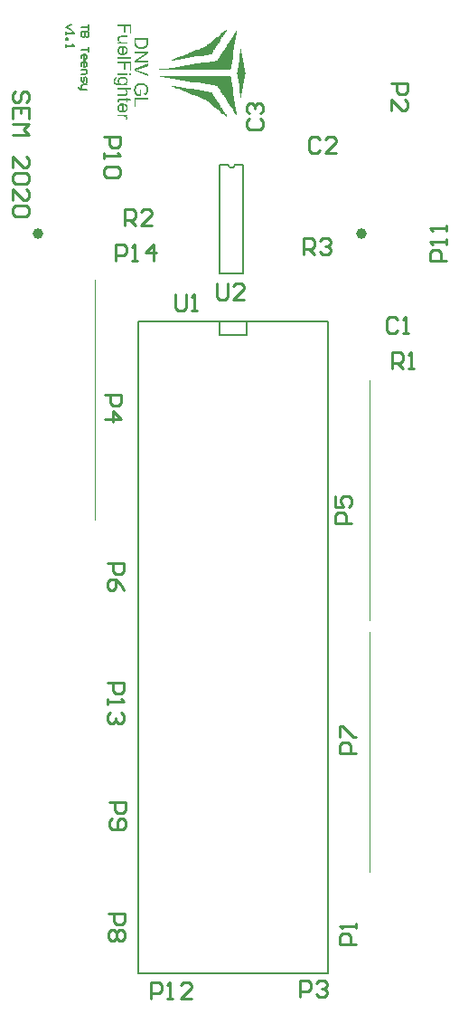
<source format=gto>
G04*
G04 #@! TF.GenerationSoftware,Altium Limited,Altium Designer,20.0.12 (288)*
G04*
G04 Layer_Color=65535*
%FSLAX25Y25*%
%MOIN*%
G70*
G01*
G75*
%ADD10C,0.00787*%
%ADD11C,0.03937*%
%ADD12C,0.00394*%
%ADD13C,0.00591*%
%ADD14C,0.01000*%
G36*
X88717Y381936D02*
X88424D01*
Y381352D01*
X88132D01*
Y381060D01*
X87840D01*
Y380475D01*
X87548D01*
Y380183D01*
X87255D01*
Y379598D01*
X86963D01*
Y379306D01*
X86671D01*
Y378721D01*
X86379D01*
Y378137D01*
X86086D01*
Y377845D01*
X85794D01*
Y377260D01*
X85502D01*
Y376968D01*
X85210D01*
Y376383D01*
X84917D01*
Y376091D01*
X84625D01*
Y375506D01*
X84333D01*
Y374922D01*
X84040D01*
Y374630D01*
X83748D01*
Y374045D01*
X83456D01*
Y373753D01*
X83164D01*
Y373168D01*
X81995D01*
Y372876D01*
X80241D01*
Y372584D01*
X78487D01*
Y372291D01*
X76734D01*
Y371999D01*
X74980D01*
Y371707D01*
X73226D01*
Y371415D01*
X71473D01*
Y371122D01*
X69719D01*
Y370830D01*
X68258D01*
Y371122D01*
X68842D01*
Y371415D01*
X69719D01*
Y371707D01*
X70304D01*
Y371999D01*
X71180D01*
Y372291D01*
X71765D01*
Y372584D01*
X72642D01*
Y372876D01*
X73226D01*
Y373168D01*
X74103D01*
Y373461D01*
X74688D01*
Y373753D01*
X75565D01*
Y374045D01*
X76149D01*
Y374337D01*
X77026D01*
Y374630D01*
X77610D01*
Y374922D01*
X78487D01*
Y375214D01*
X79072D01*
Y375506D01*
X79949D01*
Y375799D01*
X80533D01*
Y376091D01*
X81118D01*
Y376383D01*
X81410D01*
Y376676D01*
X81995D01*
Y376968D01*
X82287D01*
Y377260D01*
X82579D01*
Y377552D01*
X82871D01*
Y377845D01*
X83164D01*
Y378137D01*
X83748D01*
Y378429D01*
X84040D01*
Y378721D01*
X84333D01*
Y379014D01*
X84625D01*
Y379306D01*
X84917D01*
Y379598D01*
X85502D01*
Y379890D01*
X85794D01*
Y380183D01*
X86086D01*
Y380475D01*
X86379D01*
Y380767D01*
X86671D01*
Y381060D01*
X87255D01*
Y381352D01*
X87548D01*
Y381644D01*
X87840D01*
Y381936D01*
X88132D01*
Y382229D01*
X88424D01*
Y382521D01*
X88717D01*
Y381936D01*
D02*
G37*
G36*
X92224Y380183D02*
X91932D01*
Y378429D01*
X91640D01*
Y376676D01*
X91347D01*
Y374630D01*
X91055D01*
Y372876D01*
X90763D01*
Y371122D01*
X90470D01*
Y369369D01*
X90178D01*
Y367615D01*
X89886D01*
Y367323D01*
X63582D01*
Y367615D01*
X65627D01*
Y367907D01*
X67381D01*
Y368200D01*
X69427D01*
Y368492D01*
X71180D01*
Y368784D01*
X72934D01*
Y369076D01*
X74980D01*
Y369369D01*
X76734D01*
Y369661D01*
X78780D01*
Y369953D01*
X80533D01*
Y370246D01*
X82287D01*
Y370538D01*
X84333D01*
Y370830D01*
X85210D01*
Y371415D01*
X85502D01*
Y371707D01*
X85794D01*
Y372291D01*
X86086D01*
Y372584D01*
X86379D01*
Y373168D01*
X86671D01*
Y373461D01*
X86963D01*
Y374045D01*
X87255D01*
Y374337D01*
X87548D01*
Y374922D01*
X87840D01*
Y375506D01*
X88132D01*
Y375799D01*
X88424D01*
Y376383D01*
X88717D01*
Y376676D01*
X89009D01*
Y377260D01*
X89301D01*
Y377552D01*
X89594D01*
Y378137D01*
X89886D01*
Y378429D01*
X90178D01*
Y379014D01*
X90470D01*
Y379306D01*
X90763D01*
Y379890D01*
X91055D01*
Y380183D01*
X91347D01*
Y380767D01*
X91640D01*
Y381060D01*
X91932D01*
Y381644D01*
X92224D01*
Y380183D01*
D02*
G37*
G36*
X93978Y373461D02*
X94270D01*
Y371707D01*
X94562D01*
Y369953D01*
X94854D01*
Y368200D01*
X95147D01*
Y366446D01*
X95439D01*
Y365862D01*
X95147D01*
Y364108D01*
X94854D01*
Y362354D01*
X94562D01*
Y360601D01*
X94270D01*
Y358847D01*
X93978D01*
Y357093D01*
X93685D01*
Y358847D01*
X93393D01*
Y360601D01*
X93101D01*
Y362354D01*
X92809D01*
Y364108D01*
X92516D01*
Y365862D01*
X92224D01*
Y366446D01*
X92516D01*
Y368200D01*
X92809D01*
Y369953D01*
X93101D01*
Y371707D01*
X93393D01*
Y373461D01*
X93685D01*
Y375214D01*
X93978D01*
Y373461D01*
D02*
G37*
G36*
X89886Y364692D02*
X90178D01*
Y362939D01*
X90470D01*
Y361185D01*
X90763D01*
Y359432D01*
X91055D01*
Y357678D01*
X91347D01*
Y355924D01*
X91640D01*
Y353878D01*
X91932D01*
Y352125D01*
X92224D01*
Y350663D01*
X91932D01*
Y351248D01*
X91640D01*
Y351540D01*
X91347D01*
Y352125D01*
X91055D01*
Y352417D01*
X90763D01*
Y353001D01*
X90470D01*
Y353294D01*
X90178D01*
Y353878D01*
X89886D01*
Y354171D01*
X89594D01*
Y354755D01*
X89301D01*
Y355047D01*
X89009D01*
Y355632D01*
X88717D01*
Y356217D01*
X88424D01*
Y356509D01*
X88132D01*
Y357093D01*
X87840D01*
Y357386D01*
X87548D01*
Y357970D01*
X87255D01*
Y358262D01*
X86963D01*
Y358847D01*
X86671D01*
Y359139D01*
X86379D01*
Y359724D01*
X86086D01*
Y360016D01*
X85794D01*
Y360601D01*
X85502D01*
Y360893D01*
X85210D01*
Y361477D01*
X84333D01*
Y361770D01*
X82579D01*
Y362062D01*
X80533D01*
Y362354D01*
X78780D01*
Y362647D01*
X77026D01*
Y362939D01*
X74980D01*
Y363231D01*
X73226D01*
Y363523D01*
X71180D01*
Y363816D01*
X69427D01*
Y364108D01*
X67673D01*
Y364400D01*
X65627D01*
Y364692D01*
X63874D01*
Y364985D01*
X89886D01*
Y364692D01*
D02*
G37*
G36*
X70011Y361185D02*
X71765D01*
Y360893D01*
X73519D01*
Y360601D01*
X74980D01*
Y360308D01*
X76734D01*
Y360016D01*
X78487D01*
Y359724D01*
X80241D01*
Y359432D01*
X81995D01*
Y359139D01*
X83164D01*
Y358555D01*
X83456D01*
Y358262D01*
X83748D01*
Y357678D01*
X84040D01*
Y357386D01*
X84333D01*
Y356801D01*
X84625D01*
Y356509D01*
X84917D01*
Y355924D01*
X85210D01*
Y355340D01*
X85502D01*
Y355047D01*
X85794D01*
Y354463D01*
X86086D01*
Y354171D01*
X86379D01*
Y353586D01*
X86671D01*
Y353294D01*
X86963D01*
Y352709D01*
X87255D01*
Y352125D01*
X87548D01*
Y351832D01*
X87840D01*
Y351248D01*
X88132D01*
Y350956D01*
X88424D01*
Y350371D01*
X88717D01*
Y349786D01*
X88424D01*
Y350079D01*
X88132D01*
Y350371D01*
X87840D01*
Y350663D01*
X87548D01*
Y350956D01*
X87255D01*
Y351248D01*
X86671D01*
Y351540D01*
X86379D01*
Y351832D01*
X86086D01*
Y352125D01*
X85794D01*
Y352417D01*
X85502D01*
Y352709D01*
X84917D01*
Y353001D01*
X84625D01*
Y353294D01*
X84333D01*
Y353586D01*
X84040D01*
Y353878D01*
X83748D01*
Y354171D01*
X83164D01*
Y354463D01*
X82871D01*
Y354755D01*
X82579D01*
Y355047D01*
X82287D01*
Y355340D01*
X81995D01*
Y355632D01*
X81410D01*
Y355924D01*
X81118D01*
Y356217D01*
X80826D01*
Y356509D01*
X79949D01*
Y356801D01*
X79364D01*
Y357093D01*
X78487D01*
Y357386D01*
X77903D01*
Y357678D01*
X77026D01*
Y357970D01*
X76441D01*
Y358262D01*
X75565D01*
Y358555D01*
X74980D01*
Y358847D01*
X74103D01*
Y359139D01*
X73519D01*
Y359432D01*
X72642D01*
Y359724D01*
X72057D01*
Y360016D01*
X71180D01*
Y360308D01*
X70596D01*
Y360601D01*
X69719D01*
Y360893D01*
X69135D01*
Y361185D01*
X68258D01*
Y361477D01*
X70011D01*
Y361185D01*
D02*
G37*
G36*
X53375Y380718D02*
X52777D01*
Y383459D01*
X51217D01*
Y381090D01*
X50619D01*
Y383459D01*
X48330D01*
Y384130D01*
X53375D01*
Y380718D01*
D02*
G37*
G36*
X51990Y379326D02*
X49956D01*
X49949D01*
X49934D01*
X49912D01*
X49876D01*
X49795D01*
X49694Y379318D01*
X49584D01*
X49475Y379311D01*
X49380Y379304D01*
X49300Y379289D01*
X49292D01*
X49263Y379275D01*
X49220Y379260D01*
X49161Y379238D01*
X49103Y379202D01*
X49037Y379158D01*
X48979Y379107D01*
X48921Y379041D01*
X48913Y379034D01*
X48899Y379005D01*
X48877Y378969D01*
X48855Y378910D01*
X48826Y378845D01*
X48804Y378764D01*
X48790Y378677D01*
X48782Y378575D01*
Y378524D01*
X48790Y378473D01*
X48797Y378407D01*
X48819Y378327D01*
X48841Y378239D01*
X48877Y378145D01*
X48921Y378050D01*
X48928Y378035D01*
X48950Y378006D01*
X48979Y377962D01*
X49023Y377911D01*
X49081Y377853D01*
X49147Y377795D01*
X49220Y377744D01*
X49307Y377700D01*
X49322Y377693D01*
X49351Y377685D01*
X49409Y377671D01*
X49489Y377649D01*
X49591Y377627D01*
X49715Y377613D01*
X49861Y377605D01*
X50029Y377598D01*
X51990D01*
Y376978D01*
X48330D01*
Y377532D01*
X48862D01*
X48855Y377540D01*
X48833Y377554D01*
X48804Y377576D01*
X48768Y377613D01*
X48724Y377656D01*
X48666Y377707D01*
X48615Y377766D01*
X48556Y377839D01*
X48498Y377919D01*
X48447Y378006D01*
X48396Y378101D01*
X48345Y378203D01*
X48308Y378320D01*
X48279Y378436D01*
X48257Y378568D01*
X48250Y378699D01*
Y378750D01*
X48257Y378815D01*
X48265Y378896D01*
X48279Y378990D01*
X48301Y379093D01*
X48330Y379194D01*
X48374Y379304D01*
X48381Y379318D01*
X48396Y379348D01*
X48425Y379399D01*
X48461Y379457D01*
X48505Y379530D01*
X48556Y379595D01*
X48615Y379661D01*
X48680Y379719D01*
X48687Y379727D01*
X48717Y379741D01*
X48753Y379763D01*
X48811Y379792D01*
X48877Y379829D01*
X48957Y379858D01*
X49045Y379887D01*
X49139Y379909D01*
X49147D01*
X49176Y379916D01*
X49220Y379924D01*
X49278D01*
X49365Y379931D01*
X49460Y379938D01*
X49584Y379945D01*
X49723D01*
X51990D01*
Y379326D01*
D02*
G37*
G36*
X59516Y377321D02*
X59509Y377190D01*
X59501Y377044D01*
X59487Y376898D01*
X59465Y376752D01*
X59443Y376628D01*
Y376621D01*
X59436Y376607D01*
Y376585D01*
X59421Y376555D01*
X59399Y376475D01*
X59363Y376373D01*
X59312Y376257D01*
X59246Y376133D01*
X59173Y376009D01*
X59079Y375892D01*
X59071Y375885D01*
X59064Y375878D01*
X59042Y375856D01*
X59020Y375827D01*
X58947Y375754D01*
X58845Y375666D01*
X58721Y375571D01*
X58576Y375469D01*
X58408Y375375D01*
X58218Y375294D01*
X58211D01*
X58197Y375287D01*
X58167Y375272D01*
X58124Y375265D01*
X58073Y375243D01*
X58014Y375229D01*
X57949Y375214D01*
X57868Y375192D01*
X57788Y375170D01*
X57693Y375156D01*
X57489Y375119D01*
X57263Y375097D01*
X57016Y375090D01*
X57008D01*
X56994D01*
X56957D01*
X56921D01*
X56870Y375097D01*
X56811D01*
X56673Y375105D01*
X56513Y375127D01*
X56345Y375149D01*
X56170Y375185D01*
X55995Y375229D01*
X55988D01*
X55973Y375236D01*
X55951Y375243D01*
X55922Y375251D01*
X55842Y375280D01*
X55740Y375324D01*
X55623Y375367D01*
X55506Y375426D01*
X55383Y375499D01*
X55266Y375571D01*
X55251Y375579D01*
X55215Y375608D01*
X55164Y375652D01*
X55098Y375710D01*
X55025Y375776D01*
X54953Y375856D01*
X54872Y375936D01*
X54807Y376031D01*
X54799Y376045D01*
X54777Y376074D01*
X54748Y376125D01*
X54712Y376198D01*
X54668Y376286D01*
X54632Y376388D01*
X54588Y376504D01*
X54552Y376636D01*
Y376650D01*
X54544Y376672D01*
X54537Y376694D01*
X54530Y376767D01*
X54515Y376869D01*
X54501Y376986D01*
X54486Y377124D01*
X54479Y377277D01*
X54471Y377445D01*
Y379260D01*
X59516D01*
Y377321D01*
D02*
G37*
G36*
X50277Y376213D02*
X50357Y376206D01*
X50444Y376198D01*
X50546Y376184D01*
X50648Y376162D01*
X50882Y376103D01*
X50998Y376067D01*
X51122Y376023D01*
X51239Y375965D01*
X51348Y375899D01*
X51458Y375827D01*
X51560Y375746D01*
X51567Y375739D01*
X51582Y375725D01*
X51604Y375695D01*
X51640Y375659D01*
X51676Y375615D01*
X51720Y375557D01*
X51771Y375491D01*
X51815Y375411D01*
X51866Y375331D01*
X51910Y375236D01*
X51953Y375134D01*
X51990Y375025D01*
X52026Y374908D01*
X52048Y374784D01*
X52063Y374653D01*
X52070Y374514D01*
Y374441D01*
X52063Y374390D01*
X52055Y374332D01*
X52041Y374259D01*
X52026Y374179D01*
X52004Y374084D01*
X51983Y373997D01*
X51946Y373895D01*
X51910Y373800D01*
X51859Y373698D01*
X51800Y373596D01*
X51735Y373494D01*
X51654Y373399D01*
X51567Y373311D01*
X51560Y373304D01*
X51545Y373290D01*
X51516Y373268D01*
X51472Y373239D01*
X51421Y373202D01*
X51363Y373166D01*
X51290Y373122D01*
X51202Y373078D01*
X51108Y373035D01*
X51006Y372991D01*
X50889Y372954D01*
X50765Y372918D01*
X50627Y372889D01*
X50481Y372867D01*
X50328Y372852D01*
X50160Y372845D01*
X50153D01*
X50124D01*
X50073D01*
X50000Y372852D01*
Y375586D01*
X49992D01*
X49970D01*
X49941Y375579D01*
X49898D01*
X49847Y375571D01*
X49788Y375557D01*
X49657Y375535D01*
X49511Y375491D01*
X49351Y375433D01*
X49205Y375353D01*
X49074Y375251D01*
Y375243D01*
X49059Y375236D01*
X49023Y375192D01*
X48972Y375127D01*
X48921Y375039D01*
X48862Y374923D01*
X48811Y374791D01*
X48775Y374646D01*
X48768Y374565D01*
X48760Y374478D01*
Y374420D01*
X48768Y374354D01*
X48782Y374274D01*
X48804Y374186D01*
X48833Y374084D01*
X48877Y373989D01*
X48935Y373895D01*
X48943Y373887D01*
X48972Y373851D01*
X49016Y373807D01*
X49074Y373756D01*
X49154Y373698D01*
X49256Y373632D01*
X49373Y373567D01*
X49511Y373508D01*
X49431Y372867D01*
X49424D01*
X49409Y372874D01*
X49380Y372881D01*
X49336Y372896D01*
X49292Y372918D01*
X49234Y372940D01*
X49110Y372998D01*
X48972Y373071D01*
X48826Y373173D01*
X48687Y373290D01*
X48556Y373435D01*
Y373443D01*
X48542Y373457D01*
X48527Y373479D01*
X48505Y373508D01*
X48483Y373552D01*
X48461Y373596D01*
X48432Y373654D01*
X48403Y373720D01*
X48374Y373793D01*
X48345Y373866D01*
X48301Y374048D01*
X48265Y374252D01*
X48250Y374478D01*
Y374558D01*
X48257Y374609D01*
X48265Y374675D01*
X48279Y374755D01*
X48294Y374842D01*
X48308Y374937D01*
X48367Y375141D01*
X48410Y375251D01*
X48454Y375353D01*
X48513Y375462D01*
X48578Y375564D01*
X48651Y375659D01*
X48739Y375754D01*
X48746Y375761D01*
X48760Y375776D01*
X48790Y375797D01*
X48833Y375827D01*
X48884Y375863D01*
X48943Y375899D01*
X49016Y375943D01*
X49096Y375987D01*
X49191Y376031D01*
X49292Y376074D01*
X49409Y376111D01*
X49533Y376147D01*
X49664Y376177D01*
X49810Y376198D01*
X49963Y376213D01*
X50124Y376220D01*
X50131D01*
X50167D01*
X50211D01*
X50277Y376213D01*
D02*
G37*
G36*
X53375Y371482D02*
X48330D01*
Y372101D01*
X53375D01*
Y371482D01*
D02*
G37*
G36*
X59516Y373494D02*
X55550Y370848D01*
X59516D01*
Y370206D01*
X54471D01*
Y370899D01*
X58430Y373537D01*
X54471D01*
Y374179D01*
X59516D01*
Y373494D01*
D02*
G37*
G36*
X53375Y366998D02*
X52777D01*
Y369739D01*
X51217D01*
Y367370D01*
X50619D01*
Y369739D01*
X48330D01*
Y370410D01*
X53375D01*
Y366998D01*
D02*
G37*
G36*
Y365591D02*
X52668D01*
Y366211D01*
X53375D01*
Y365591D01*
D02*
G37*
G36*
X51990D02*
X48330D01*
Y366211D01*
X51990D01*
Y365591D01*
D02*
G37*
G36*
X59516Y368879D02*
X55849Y367567D01*
X55842D01*
X55827Y367560D01*
X55805Y367552D01*
X55776Y367538D01*
X55733Y367530D01*
X55689Y367516D01*
X55579Y367479D01*
X55455Y367436D01*
X55317Y367392D01*
X55025Y367304D01*
X55033D01*
X55047Y367297D01*
X55069Y367290D01*
X55098Y367283D01*
X55178Y367261D01*
X55288Y367224D01*
X55412Y367188D01*
X55550Y367144D01*
X55696Y367093D01*
X55849Y367035D01*
X59516Y365664D01*
Y364986D01*
X54471Y366955D01*
Y367654D01*
X59516Y369608D01*
Y368879D01*
D02*
G37*
G36*
X50313Y364877D02*
X50364D01*
X50495Y364862D01*
X50641Y364841D01*
X50802Y364804D01*
X50969Y364760D01*
X51137Y364695D01*
X51144D01*
X51159Y364687D01*
X51181Y364673D01*
X51210Y364658D01*
X51290Y364615D01*
X51392Y364556D01*
X51501Y364476D01*
X51611Y364381D01*
X51727Y364272D01*
X51822Y364148D01*
Y364141D01*
X51829Y364133D01*
X51844Y364111D01*
X51859Y364082D01*
X51902Y364009D01*
X51946Y363907D01*
X51990Y363783D01*
X52034Y363638D01*
X52063Y363477D01*
X52070Y363302D01*
Y363237D01*
X52063Y363193D01*
X52055Y363142D01*
X52041Y363076D01*
X52026Y363003D01*
X52004Y362923D01*
X51975Y362843D01*
X51939Y362756D01*
X51895Y362668D01*
X51844Y362573D01*
X51786Y362486D01*
X51713Y362398D01*
X51633Y362311D01*
X51538Y362231D01*
X51990D01*
Y361662D01*
X48826D01*
X48819D01*
X48790D01*
X48746D01*
X48687D01*
X48622Y361669D01*
X48542D01*
X48454Y361677D01*
X48359Y361684D01*
X48163Y361706D01*
X47958Y361735D01*
X47864Y361757D01*
X47776Y361779D01*
X47696Y361808D01*
X47623Y361837D01*
X47616D01*
X47609Y361844D01*
X47565Y361874D01*
X47499Y361910D01*
X47419Y361968D01*
X47332Y362048D01*
X47237Y362143D01*
X47142Y362260D01*
X47062Y362391D01*
Y362398D01*
X47054Y362406D01*
X47040Y362427D01*
X47033Y362457D01*
X47011Y362493D01*
X46996Y362537D01*
X46960Y362646D01*
X46916Y362777D01*
X46887Y362938D01*
X46858Y363120D01*
X46850Y363317D01*
Y363383D01*
X46858Y363426D01*
Y363485D01*
X46865Y363543D01*
X46872Y363616D01*
X46887Y363696D01*
X46923Y363864D01*
X46974Y364039D01*
X47047Y364214D01*
X47149Y364374D01*
X47157Y364381D01*
X47164Y364388D01*
X47208Y364440D01*
X47273Y364498D01*
X47368Y364571D01*
X47492Y364644D01*
X47645Y364709D01*
X47732Y364731D01*
X47827Y364746D01*
X47922Y364760D01*
X48031D01*
X47951Y364155D01*
X47937D01*
X47907Y364148D01*
X47856Y364133D01*
X47791Y364119D01*
X47725Y364090D01*
X47660Y364053D01*
X47594Y364009D01*
X47543Y363951D01*
X47536Y363936D01*
X47514Y363907D01*
X47485Y363856D01*
X47455Y363783D01*
X47419Y363696D01*
X47390Y363587D01*
X47368Y363455D01*
X47361Y363317D01*
Y363244D01*
X47368Y363171D01*
X47383Y363069D01*
X47404Y362967D01*
X47434Y362858D01*
X47477Y362748D01*
X47536Y362653D01*
X47543Y362646D01*
X47565Y362617D01*
X47609Y362573D01*
X47660Y362522D01*
X47732Y362471D01*
X47813Y362420D01*
X47907Y362369D01*
X48017Y362333D01*
X48024D01*
X48053Y362326D01*
X48112Y362318D01*
X48184Y362311D01*
X48235Y362304D01*
X48294D01*
X48359Y362296D01*
X48432D01*
X48513D01*
X48607Y362289D01*
X48702D01*
X48811D01*
X48804Y362296D01*
X48790Y362311D01*
X48768Y362333D01*
X48739Y362362D01*
X48702Y362398D01*
X48658Y362449D01*
X48615Y362508D01*
X48571Y362566D01*
X48483Y362719D01*
X48403Y362887D01*
X48374Y362982D01*
X48352Y363084D01*
X48338Y363193D01*
X48330Y363302D01*
Y363339D01*
X48338Y363375D01*
Y363426D01*
X48345Y363492D01*
X48359Y363565D01*
X48374Y363645D01*
X48396Y363732D01*
X48425Y363827D01*
X48461Y363922D01*
X48505Y364017D01*
X48556Y364119D01*
X48622Y364214D01*
X48695Y364308D01*
X48775Y364396D01*
X48870Y364476D01*
X48877Y364483D01*
X48892Y364491D01*
X48928Y364512D01*
X48965Y364542D01*
X49023Y364571D01*
X49081Y364607D01*
X49154Y364644D01*
X49242Y364680D01*
X49329Y364717D01*
X49431Y364753D01*
X49533Y364790D01*
X49650Y364819D01*
X49898Y364870D01*
X50036Y364877D01*
X50175Y364884D01*
X50182D01*
X50196D01*
X50226D01*
X50262D01*
X50313Y364877D01*
D02*
G37*
G36*
X57089Y362588D02*
X57154D01*
X57234Y362581D01*
X57314Y362566D01*
X57409Y362559D01*
X57511Y362537D01*
X57621Y362522D01*
X57854Y362464D01*
X58095Y362391D01*
X58335Y362289D01*
X58342Y362282D01*
X58364Y362274D01*
X58393Y362260D01*
X58437Y362231D01*
X58495Y362201D01*
X58554Y362165D01*
X58692Y362063D01*
X58853Y361939D01*
X59006Y361786D01*
X59159Y361611D01*
X59224Y361509D01*
X59290Y361407D01*
X59297Y361400D01*
X59305Y361378D01*
X59319Y361349D01*
X59341Y361305D01*
X59363Y361246D01*
X59392Y361181D01*
X59421Y361108D01*
X59450Y361020D01*
X59480Y360926D01*
X59501Y360824D01*
X59531Y360714D01*
X59553Y360598D01*
X59589Y360343D01*
X59604Y360211D01*
Y359978D01*
X59596Y359934D01*
Y359876D01*
X59582Y359737D01*
X59560Y359584D01*
X59523Y359424D01*
X59480Y359249D01*
X59421Y359081D01*
Y359074D01*
X59414Y359060D01*
X59407Y359038D01*
X59392Y359009D01*
X59348Y358928D01*
X59297Y358826D01*
X59224Y358717D01*
X59137Y358600D01*
X59042Y358491D01*
X58925Y358389D01*
X58911Y358374D01*
X58867Y358345D01*
X58802Y358301D01*
X58707Y358243D01*
X58590Y358185D01*
X58444Y358119D01*
X58284Y358053D01*
X58102Y358002D01*
X57941Y358608D01*
X57949D01*
X57956Y358615D01*
X57978Y358622D01*
X58007Y358629D01*
X58073Y358651D01*
X58160Y358681D01*
X58262Y358724D01*
X58357Y358775D01*
X58459Y358826D01*
X58547Y358892D01*
X58554Y358899D01*
X58583Y358921D01*
X58619Y358965D01*
X58670Y359016D01*
X58729Y359081D01*
X58787Y359169D01*
X58845Y359264D01*
X58896Y359373D01*
X58904Y359388D01*
X58918Y359424D01*
X58940Y359490D01*
X58969Y359577D01*
X58991Y359679D01*
X59013Y359796D01*
X59028Y359927D01*
X59035Y360066D01*
Y360146D01*
X59028Y360182D01*
Y360226D01*
X59020Y360335D01*
X58999Y360459D01*
X58977Y360598D01*
X58940Y360729D01*
X58889Y360860D01*
X58882Y360875D01*
X58867Y360918D01*
X58831Y360977D01*
X58794Y361050D01*
X58736Y361137D01*
X58678Y361232D01*
X58605Y361319D01*
X58525Y361400D01*
X58517Y361407D01*
X58488Y361436D01*
X58437Y361473D01*
X58379Y361516D01*
X58306Y361567D01*
X58218Y361618D01*
X58124Y361669D01*
X58022Y361720D01*
X58014D01*
X58000Y361728D01*
X57978Y361735D01*
X57941Y361750D01*
X57898Y361764D01*
X57847Y361779D01*
X57788Y361801D01*
X57723Y361815D01*
X57570Y361852D01*
X57395Y361881D01*
X57212Y361903D01*
X57008Y361910D01*
X57001D01*
X56979D01*
X56943D01*
X56899Y361903D01*
X56841D01*
X56768Y361895D01*
X56695Y361888D01*
X56615Y361881D01*
X56432Y361852D01*
X56243Y361815D01*
X56053Y361757D01*
X55871Y361684D01*
X55864D01*
X55849Y361669D01*
X55827Y361662D01*
X55798Y361640D01*
X55718Y361589D01*
X55616Y361509D01*
X55506Y361414D01*
X55397Y361298D01*
X55295Y361159D01*
X55200Y361006D01*
Y360999D01*
X55193Y360984D01*
X55178Y360962D01*
X55164Y360926D01*
X55149Y360889D01*
X55135Y360838D01*
X55091Y360722D01*
X55055Y360576D01*
X55018Y360416D01*
X54989Y360241D01*
X54982Y360058D01*
Y359985D01*
X54989Y359942D01*
Y359898D01*
X55003Y359788D01*
X55018Y359657D01*
X55047Y359519D01*
X55091Y359366D01*
X55142Y359213D01*
Y359205D01*
X55149Y359191D01*
X55157Y359176D01*
X55171Y359147D01*
X55208Y359067D01*
X55251Y358979D01*
X55302Y358877D01*
X55361Y358768D01*
X55426Y358666D01*
X55499Y358578D01*
X56447D01*
Y360066D01*
X57045D01*
Y357922D01*
X55171D01*
X55164Y357930D01*
X55157Y357944D01*
X55135Y357973D01*
X55106Y358010D01*
X55076Y358053D01*
X55040Y358104D01*
X54996Y358170D01*
X54953Y358236D01*
X54858Y358389D01*
X54756Y358564D01*
X54661Y358746D01*
X54581Y358943D01*
Y358950D01*
X54573Y358965D01*
X54566Y358994D01*
X54552Y359030D01*
X54537Y359081D01*
X54515Y359140D01*
X54501Y359205D01*
X54486Y359271D01*
X54449Y359431D01*
X54413Y359614D01*
X54391Y359810D01*
X54384Y360015D01*
Y360087D01*
X54391Y360139D01*
Y360204D01*
X54399Y360284D01*
X54413Y360372D01*
X54420Y360467D01*
X54464Y360678D01*
X54515Y360904D01*
X54595Y361137D01*
X54639Y361254D01*
X54697Y361370D01*
X54705Y361378D01*
X54712Y361400D01*
X54734Y361429D01*
X54756Y361473D01*
X54792Y361524D01*
X54829Y361575D01*
X54931Y361713D01*
X55062Y361859D01*
X55222Y362012D01*
X55405Y362158D01*
X55616Y362289D01*
X55623D01*
X55645Y362304D01*
X55674Y362318D01*
X55725Y362340D01*
X55776Y362362D01*
X55849Y362384D01*
X55922Y362413D01*
X56010Y362442D01*
X56104Y362471D01*
X56214Y362500D01*
X56323Y362522D01*
X56440Y362544D01*
X56695Y362581D01*
X56964Y362595D01*
X56972D01*
X57001D01*
X57037D01*
X57089Y362588D01*
D02*
G37*
G36*
X53375Y360102D02*
X51567D01*
X51574Y360095D01*
X51589Y360080D01*
X51611Y360058D01*
X51647Y360022D01*
X51684Y359985D01*
X51727Y359934D01*
X51771Y359869D01*
X51822Y359803D01*
X51866Y359730D01*
X51910Y359650D01*
X51990Y359460D01*
X52026Y359358D01*
X52048Y359249D01*
X52063Y359132D01*
X52070Y359016D01*
Y358950D01*
X52063Y358870D01*
X52048Y358775D01*
X52034Y358666D01*
X52004Y358549D01*
X51961Y358433D01*
X51910Y358316D01*
X51902Y358301D01*
X51881Y358265D01*
X51844Y358214D01*
X51793Y358148D01*
X51727Y358083D01*
X51654Y358010D01*
X51567Y357944D01*
X51465Y357886D01*
X51450Y357878D01*
X51414Y357864D01*
X51348Y357842D01*
X51253Y357820D01*
X51137Y357798D01*
X50998Y357776D01*
X50831Y357762D01*
X50641Y357755D01*
X48330D01*
Y358374D01*
X50648D01*
X50656D01*
X50670D01*
X50692D01*
X50721D01*
X50802Y358382D01*
X50904Y358396D01*
X51013Y358425D01*
X51122Y358462D01*
X51232Y358513D01*
X51319Y358578D01*
X51326Y358586D01*
X51356Y358615D01*
X51392Y358659D01*
X51429Y358724D01*
X51472Y358804D01*
X51501Y358899D01*
X51531Y359016D01*
X51538Y359147D01*
Y359191D01*
X51531Y359242D01*
X51523Y359315D01*
X51501Y359388D01*
X51480Y359475D01*
X51443Y359562D01*
X51392Y359657D01*
X51385Y359665D01*
X51363Y359694D01*
X51334Y359737D01*
X51290Y359788D01*
X51232Y359847D01*
X51166Y359905D01*
X51086Y359956D01*
X50998Y360000D01*
X50984Y360007D01*
X50955Y360015D01*
X50896Y360029D01*
X50823Y360051D01*
X50729Y360073D01*
X50612Y360087D01*
X50481Y360095D01*
X50328Y360102D01*
X48330D01*
Y360722D01*
X53375D01*
Y360102D01*
D02*
G37*
G36*
X51990Y356698D02*
X52894D01*
X53266Y356078D01*
X51990D01*
Y355451D01*
X51509D01*
Y356078D01*
X49358D01*
X49344D01*
X49314D01*
X49271D01*
X49220Y356071D01*
X49103Y356063D01*
X49052Y356056D01*
X49016Y356049D01*
X49001Y356042D01*
X48972Y356020D01*
X48935Y355990D01*
X48899Y355939D01*
X48892Y355925D01*
X48877Y355888D01*
X48862Y355823D01*
X48855Y355728D01*
Y355655D01*
X48862Y355619D01*
Y355568D01*
X48870Y355509D01*
X48877Y355451D01*
X48330Y355371D01*
Y355385D01*
X48323Y355415D01*
X48316Y355466D01*
X48308Y355531D01*
X48294Y355604D01*
X48287Y355684D01*
X48279Y355845D01*
Y355903D01*
X48287Y355961D01*
X48294Y356034D01*
X48301Y356122D01*
X48323Y356209D01*
X48345Y356289D01*
X48381Y356369D01*
X48389Y356377D01*
X48403Y356399D01*
X48425Y356428D01*
X48461Y356472D01*
X48498Y356508D01*
X48549Y356552D01*
X48600Y356595D01*
X48666Y356625D01*
X48673D01*
X48702Y356639D01*
X48753Y356646D01*
X48826Y356661D01*
X48921Y356676D01*
X48979Y356683D01*
X49045D01*
X49125Y356690D01*
X49205Y356698D01*
X49292D01*
X49395D01*
X51509D01*
Y357157D01*
X51990D01*
Y356698D01*
D02*
G37*
G36*
X59516Y356297D02*
X55069D01*
Y353811D01*
X54471D01*
Y356967D01*
X59516D01*
Y356297D01*
D02*
G37*
G36*
X50277Y355043D02*
X50357Y355035D01*
X50444Y355028D01*
X50546Y355014D01*
X50648Y354992D01*
X50882Y354933D01*
X50998Y354897D01*
X51122Y354853D01*
X51239Y354795D01*
X51348Y354729D01*
X51458Y354656D01*
X51560Y354576D01*
X51567Y354569D01*
X51582Y354554D01*
X51604Y354525D01*
X51640Y354489D01*
X51676Y354445D01*
X51720Y354387D01*
X51771Y354321D01*
X51815Y354241D01*
X51866Y354161D01*
X51910Y354066D01*
X51953Y353964D01*
X51990Y353854D01*
X52026Y353738D01*
X52048Y353614D01*
X52063Y353483D01*
X52070Y353344D01*
Y353271D01*
X52063Y353220D01*
X52055Y353162D01*
X52041Y353089D01*
X52026Y353009D01*
X52004Y352914D01*
X51983Y352827D01*
X51946Y352725D01*
X51910Y352630D01*
X51859Y352528D01*
X51800Y352426D01*
X51735Y352324D01*
X51654Y352229D01*
X51567Y352141D01*
X51560Y352134D01*
X51545Y352119D01*
X51516Y352098D01*
X51472Y352068D01*
X51421Y352032D01*
X51363Y351995D01*
X51290Y351952D01*
X51202Y351908D01*
X51108Y351864D01*
X51006Y351821D01*
X50889Y351784D01*
X50765Y351748D01*
X50627Y351718D01*
X50481Y351697D01*
X50328Y351682D01*
X50160Y351675D01*
X50153D01*
X50124D01*
X50073D01*
X50000Y351682D01*
Y354416D01*
X49992D01*
X49970D01*
X49941Y354409D01*
X49898D01*
X49847Y354401D01*
X49788Y354387D01*
X49657Y354365D01*
X49511Y354321D01*
X49351Y354263D01*
X49205Y354183D01*
X49074Y354081D01*
Y354073D01*
X49059Y354066D01*
X49023Y354022D01*
X48972Y353957D01*
X48921Y353869D01*
X48862Y353752D01*
X48811Y353621D01*
X48775Y353475D01*
X48768Y353395D01*
X48760Y353308D01*
Y353249D01*
X48768Y353184D01*
X48782Y353104D01*
X48804Y353016D01*
X48833Y352914D01*
X48877Y352819D01*
X48935Y352725D01*
X48943Y352717D01*
X48972Y352681D01*
X49016Y352637D01*
X49074Y352586D01*
X49154Y352528D01*
X49256Y352462D01*
X49373Y352396D01*
X49511Y352338D01*
X49431Y351697D01*
X49424D01*
X49409Y351704D01*
X49380Y351711D01*
X49336Y351726D01*
X49292Y351748D01*
X49234Y351769D01*
X49110Y351828D01*
X48972Y351901D01*
X48826Y352003D01*
X48687Y352119D01*
X48556Y352265D01*
Y352273D01*
X48542Y352287D01*
X48527Y352309D01*
X48505Y352338D01*
X48483Y352382D01*
X48461Y352426D01*
X48432Y352484D01*
X48403Y352550D01*
X48374Y352623D01*
X48345Y352695D01*
X48301Y352878D01*
X48265Y353082D01*
X48250Y353308D01*
Y353388D01*
X48257Y353439D01*
X48265Y353505D01*
X48279Y353585D01*
X48294Y353672D01*
X48308Y353767D01*
X48367Y353971D01*
X48410Y354081D01*
X48454Y354183D01*
X48513Y354292D01*
X48578Y354394D01*
X48651Y354489D01*
X48739Y354584D01*
X48746Y354591D01*
X48760Y354605D01*
X48790Y354627D01*
X48833Y354656D01*
X48884Y354693D01*
X48943Y354729D01*
X49016Y354773D01*
X49096Y354817D01*
X49191Y354860D01*
X49292Y354904D01*
X49409Y354941D01*
X49533Y354977D01*
X49664Y355006D01*
X49810Y355028D01*
X49963Y355043D01*
X50124Y355050D01*
X50131D01*
X50167D01*
X50211D01*
X50277Y355043D01*
D02*
G37*
G36*
X51990Y350363D02*
X51436D01*
X51443Y350355D01*
X51494Y350326D01*
X51560Y350290D01*
X51640Y350231D01*
X51720Y350173D01*
X51808Y350107D01*
X51881Y350042D01*
X51939Y349976D01*
X51946Y349969D01*
X51961Y349947D01*
X51983Y349903D01*
X52004Y349859D01*
X52026Y349801D01*
X52048Y349728D01*
X52063Y349655D01*
X52070Y349575D01*
Y349524D01*
X52063Y349459D01*
X52048Y349378D01*
X52019Y349284D01*
X51983Y349182D01*
X51932Y349065D01*
X51866Y348941D01*
X51297Y349167D01*
X51305Y349174D01*
X51319Y349203D01*
X51341Y349247D01*
X51363Y349306D01*
X51385Y349371D01*
X51407Y349451D01*
X51421Y349532D01*
X51429Y349612D01*
Y349648D01*
X51421Y349685D01*
X51414Y349736D01*
X51399Y349787D01*
X51377Y349852D01*
X51348Y349918D01*
X51305Y349976D01*
X51297Y349984D01*
X51283Y350005D01*
X51253Y350027D01*
X51217Y350064D01*
X51166Y350100D01*
X51108Y350137D01*
X51042Y350173D01*
X50962Y350202D01*
X50947Y350209D01*
X50904Y350217D01*
X50838Y350231D01*
X50750Y350253D01*
X50641Y350275D01*
X50517Y350290D01*
X50386Y350297D01*
X50240Y350304D01*
X48330D01*
Y350924D01*
X51990D01*
Y350363D01*
D02*
G37*
%LPC*%
G36*
X58918Y378589D02*
X55069D01*
Y377394D01*
X55076Y377343D01*
X55084Y377234D01*
X55091Y377110D01*
X55106Y376978D01*
X55128Y376847D01*
X55157Y376738D01*
X55164Y376723D01*
X55171Y376687D01*
X55193Y376636D01*
X55222Y376570D01*
X55266Y376497D01*
X55310Y376424D01*
X55361Y376351D01*
X55419Y376278D01*
X55434Y376271D01*
X55463Y376242D01*
X55514Y376198D01*
X55587Y376147D01*
X55682Y376089D01*
X55791Y376023D01*
X55915Y375965D01*
X56053Y375914D01*
X56061D01*
X56075Y375907D01*
X56097Y375899D01*
X56126Y375892D01*
X56163Y375885D01*
X56214Y375870D01*
X56265Y375856D01*
X56323Y375841D01*
X56469Y375819D01*
X56637Y375797D01*
X56826Y375783D01*
X57030Y375776D01*
X57037D01*
X57067D01*
X57103D01*
X57161Y375783D01*
X57227D01*
X57300Y375790D01*
X57387Y375797D01*
X57475Y375805D01*
X57672Y375841D01*
X57876Y375885D01*
X58065Y375951D01*
X58160Y375994D01*
X58240Y376038D01*
X58248D01*
X58262Y376052D01*
X58284Y376067D01*
X58313Y376082D01*
X58386Y376140D01*
X58474Y376213D01*
X58568Y376308D01*
X58663Y376417D01*
X58743Y376541D01*
X58809Y376672D01*
X58816Y376687D01*
X58824Y376723D01*
X58845Y376789D01*
X58867Y376884D01*
X58882Y377000D01*
X58904Y377146D01*
X58911Y377234D01*
Y377328D01*
X58918Y377423D01*
Y378589D01*
D02*
G37*
G36*
X50510Y375550D02*
Y373501D01*
X50517D01*
X50532D01*
X50554Y373508D01*
X50583D01*
X50670Y373523D01*
X50765Y373545D01*
X50882Y373581D01*
X50991Y373618D01*
X51100Y373676D01*
X51195Y373742D01*
X51202D01*
X51210Y373756D01*
X51253Y373793D01*
X51312Y373858D01*
X51377Y373946D01*
X51443Y374055D01*
X51501Y374186D01*
X51545Y374339D01*
X51552Y374420D01*
X51560Y374507D01*
Y374551D01*
X51552Y374580D01*
X51545Y374660D01*
X51523Y374755D01*
X51487Y374871D01*
X51436Y374995D01*
X51363Y375112D01*
X51268Y375229D01*
X51253Y375243D01*
X51217Y375272D01*
X51152Y375324D01*
X51064Y375375D01*
X50962Y375433D01*
X50831Y375484D01*
X50678Y375528D01*
X50510Y375550D01*
D02*
G37*
G36*
X50342Y364250D02*
X50218D01*
X50211D01*
X50189D01*
X50153D01*
X50102Y364243D01*
X50043D01*
X49970Y364235D01*
X49817Y364214D01*
X49643Y364177D01*
X49475Y364133D01*
X49307Y364060D01*
X49234Y364017D01*
X49169Y363966D01*
X49154Y363951D01*
X49118Y363915D01*
X49067Y363856D01*
X49008Y363769D01*
X48943Y363667D01*
X48892Y363543D01*
X48855Y363404D01*
X48848Y363332D01*
X48841Y363251D01*
Y363208D01*
X48848Y363178D01*
X48855Y363098D01*
X48884Y362996D01*
X48921Y362887D01*
X48979Y362763D01*
X49059Y362646D01*
X49110Y362588D01*
X49169Y362530D01*
X49176D01*
X49183Y362515D01*
X49205Y362500D01*
X49234Y362486D01*
X49263Y362464D01*
X49307Y362435D01*
X49358Y362413D01*
X49424Y362384D01*
X49489Y362355D01*
X49562Y362333D01*
X49650Y362304D01*
X49744Y362282D01*
X49839Y362267D01*
X49949Y362253D01*
X50073Y362238D01*
X50196D01*
X50204D01*
X50226D01*
X50262D01*
X50306Y362245D01*
X50364D01*
X50430Y362253D01*
X50576Y362274D01*
X50743Y362311D01*
X50911Y362362D01*
X51079Y362435D01*
X51152Y362486D01*
X51217Y362537D01*
X51224D01*
X51232Y362551D01*
X51268Y362588D01*
X51326Y362653D01*
X51392Y362741D01*
X51450Y362843D01*
X51509Y362967D01*
X51545Y363106D01*
X51560Y363178D01*
Y363295D01*
X51552Y363324D01*
X51545Y363404D01*
X51516Y363499D01*
X51480Y363616D01*
X51414Y363732D01*
X51334Y363849D01*
X51275Y363907D01*
X51217Y363966D01*
X51210D01*
X51202Y363980D01*
X51181Y363995D01*
X51152Y364009D01*
X51122Y364031D01*
X51079Y364053D01*
X51028Y364082D01*
X50969Y364104D01*
X50904Y364133D01*
X50823Y364162D01*
X50743Y364184D01*
X50656Y364206D01*
X50554Y364221D01*
X50452Y364235D01*
X50342Y364250D01*
D02*
G37*
G36*
X50510Y354379D02*
Y352331D01*
X50517D01*
X50532D01*
X50554Y352338D01*
X50583D01*
X50670Y352353D01*
X50765Y352375D01*
X50882Y352411D01*
X50991Y352448D01*
X51100Y352506D01*
X51195Y352571D01*
X51202D01*
X51210Y352586D01*
X51253Y352623D01*
X51312Y352688D01*
X51377Y352776D01*
X51443Y352885D01*
X51501Y353016D01*
X51545Y353169D01*
X51552Y353249D01*
X51560Y353337D01*
Y353381D01*
X51552Y353410D01*
X51545Y353490D01*
X51523Y353585D01*
X51487Y353701D01*
X51436Y353825D01*
X51363Y353942D01*
X51268Y354059D01*
X51253Y354073D01*
X51217Y354102D01*
X51152Y354153D01*
X51064Y354204D01*
X50962Y354263D01*
X50831Y354314D01*
X50678Y354358D01*
X50510Y354379D01*
D02*
G37*
%LPD*%
D10*
X89104Y332520D02*
G03*
X91604Y332520I1250J0D01*
G01*
X86063Y292520D02*
Y332520D01*
Y292520D02*
X94646D01*
Y332520D01*
X91604D02*
X94646D01*
X86063D02*
X89104D01*
X55768Y274744D02*
X125768D01*
Y34744D02*
Y274744D01*
X55768Y34744D02*
X125768D01*
X55768D02*
Y274744D01*
X85768Y269744D02*
Y274744D01*
Y269744D02*
X95768D01*
Y274744D01*
D11*
X138374Y307000D02*
D03*
X18874D02*
D03*
D12*
X141142Y72244D02*
Y160433D01*
Y164764D02*
Y252953D01*
X39961Y201772D02*
Y289961D01*
D13*
X37727Y384055D02*
Y382218D01*
Y383137D01*
X34972D01*
X37727Y381300D02*
X34972D01*
Y379923D01*
X35432Y379463D01*
X35891D01*
X36350Y379923D01*
Y381300D01*
Y379923D01*
X36809Y379463D01*
X37268D01*
X37727Y379923D01*
Y381300D01*
Y375790D02*
Y373953D01*
Y374872D01*
X34972D01*
Y371657D02*
Y372576D01*
X35432Y373035D01*
X36350D01*
X36809Y372576D01*
Y371657D01*
X36350Y371198D01*
X35891D01*
Y373035D01*
X34972Y368902D02*
Y369821D01*
X35432Y370280D01*
X36350D01*
X36809Y369821D01*
Y368902D01*
X36350Y368443D01*
X35891D01*
Y370280D01*
X34972Y367525D02*
X36809D01*
Y366147D01*
X36350Y365688D01*
X34972D01*
Y364770D02*
Y363392D01*
X35432Y362933D01*
X35891Y363392D01*
Y364311D01*
X36350Y364770D01*
X36809Y364311D01*
Y362933D01*
Y362015D02*
X35432D01*
X34972Y361556D01*
Y360178D01*
X34513D01*
X34054Y360637D01*
Y361097D01*
X34972Y360178D02*
X36809D01*
X31167Y384055D02*
X29331Y383137D01*
X31167Y382218D01*
X29331Y381300D02*
Y380382D01*
Y380841D01*
X32086D01*
X31626Y381300D01*
X29331Y379004D02*
X29790D01*
Y378545D01*
X29331D01*
Y379004D01*
Y376708D02*
Y375790D01*
Y376249D01*
X32086D01*
X31626Y376708D01*
D14*
X14447Y355450D02*
X15447Y356450D01*
Y358449D01*
X14447Y359449D01*
X13447D01*
X12448Y358449D01*
Y356450D01*
X11448Y355450D01*
X10448D01*
X9449Y356450D01*
Y358449D01*
X10448Y359449D01*
X15447Y349452D02*
Y353451D01*
X9449D01*
Y349452D01*
X12448Y353451D02*
Y351451D01*
X9449Y347453D02*
X15447D01*
X13447Y345453D01*
X15447Y343454D01*
X9449D01*
Y331458D02*
Y335457D01*
X13447Y331458D01*
X14447D01*
X15447Y332457D01*
Y334457D01*
X14447Y335457D01*
Y329458D02*
X15447Y328459D01*
Y326460D01*
X14447Y325460D01*
X10448D01*
X9449Y326460D01*
Y328459D01*
X10448Y329458D01*
X14447D01*
X9449Y319462D02*
Y323461D01*
X13447Y319462D01*
X14447D01*
X15447Y320461D01*
Y322461D01*
X14447Y323461D01*
Y317462D02*
X15447Y316463D01*
Y314463D01*
X14447Y313464D01*
X10448D01*
X9449Y314463D01*
Y316463D01*
X10448Y317462D01*
X14447D01*
X47638Y297244D02*
Y303242D01*
X50637D01*
X51636Y302242D01*
Y300243D01*
X50637Y299243D01*
X47638D01*
X53636Y297244D02*
X55635D01*
X54636D01*
Y303242D01*
X53636Y302242D01*
X61633Y297244D02*
Y303242D01*
X58634Y300243D01*
X62633D01*
X44488Y141732D02*
X50486D01*
Y138733D01*
X49487Y137734D01*
X47487D01*
X46488Y138733D01*
Y141732D01*
X44488Y135734D02*
Y133735D01*
Y134734D01*
X50486D01*
X49487Y135734D01*
Y130736D02*
X50486Y129736D01*
Y127737D01*
X49487Y126737D01*
X48487D01*
X47487Y127737D01*
Y128736D01*
Y127737D01*
X46488Y126737D01*
X45488D01*
X44488Y127737D01*
Y129736D01*
X45488Y130736D01*
X116929Y299606D02*
Y305604D01*
X119928D01*
X120928Y304605D01*
Y302605D01*
X119928Y301606D01*
X116929D01*
X118929D02*
X120928Y299606D01*
X122927Y304605D02*
X123927Y305604D01*
X125926D01*
X126926Y304605D01*
Y303605D01*
X125926Y302605D01*
X124926D01*
X125926D01*
X126926Y301606D01*
Y300606D01*
X125926Y299606D01*
X123927D01*
X122927Y300606D01*
X136221Y45276D02*
X130222D01*
Y48275D01*
X131222Y49274D01*
X133221D01*
X134221Y48275D01*
Y45276D01*
X136221Y51274D02*
Y53273D01*
Y52273D01*
X130222D01*
X131222Y51274D01*
X85039Y288675D02*
Y283677D01*
X86039Y282677D01*
X88038D01*
X89038Y283677D01*
Y288675D01*
X95036Y282677D02*
X91037D01*
X95036Y286676D01*
Y287676D01*
X94037Y288675D01*
X92037D01*
X91037Y287676D01*
X69685Y284738D02*
Y279740D01*
X70685Y278740D01*
X72684D01*
X73684Y279740D01*
Y284738D01*
X75683Y278740D02*
X77682D01*
X76683D01*
Y284738D01*
X75683Y283738D01*
X50787Y310236D02*
Y316234D01*
X53786D01*
X54786Y315235D01*
Y313235D01*
X53786Y312236D01*
X50787D01*
X52787D02*
X54786Y310236D01*
X60784D02*
X56786D01*
X60784Y314235D01*
Y315235D01*
X59785Y316234D01*
X57785D01*
X56786Y315235D01*
X149606Y257480D02*
Y263478D01*
X152605D01*
X153605Y262479D01*
Y260479D01*
X152605Y259480D01*
X149606D01*
X151606D02*
X153605Y257480D01*
X155604D02*
X157604D01*
X156604D01*
Y263478D01*
X155604Y262479D01*
X169685Y297244D02*
X163687D01*
Y300243D01*
X164687Y301243D01*
X166686D01*
X167686Y300243D01*
Y297244D01*
X169685Y303242D02*
Y305241D01*
Y304242D01*
X163687D01*
X164687Y303242D01*
X169685Y308241D02*
Y310240D01*
Y309240D01*
X163687D01*
X164687Y308241D01*
X43307Y342913D02*
X49305D01*
Y339914D01*
X48305Y338915D01*
X46306D01*
X45306Y339914D01*
Y342913D01*
X43307Y336915D02*
Y334916D01*
Y335916D01*
X49305D01*
X48305Y336915D01*
Y331917D02*
X49305Y330917D01*
Y328918D01*
X48305Y327918D01*
X44307D01*
X43307Y328918D01*
Y330917D01*
X44307Y331917D01*
X48305D01*
X60630Y25591D02*
Y31589D01*
X63629D01*
X64629Y30589D01*
Y28590D01*
X63629Y27590D01*
X60630D01*
X66628Y25591D02*
X68627D01*
X67628D01*
Y31589D01*
X66628Y30589D01*
X75625Y25591D02*
X71626D01*
X75625Y29589D01*
Y30589D01*
X74625Y31589D01*
X72626D01*
X71626Y30589D01*
X45276Y97638D02*
X51274D01*
Y94639D01*
X50274Y93639D01*
X48275D01*
X47275Y94639D01*
Y97638D01*
X46275Y91640D02*
X45276Y90640D01*
Y88641D01*
X46275Y87641D01*
X50274D01*
X51274Y88641D01*
Y90640D01*
X50274Y91640D01*
X49274D01*
X48275Y90640D01*
Y87641D01*
X44882Y56693D02*
X50880D01*
Y53694D01*
X49880Y52694D01*
X47881D01*
X46881Y53694D01*
Y56693D01*
X49880Y50695D02*
X50880Y49695D01*
Y47696D01*
X49880Y46696D01*
X48881D01*
X47881Y47696D01*
X46881Y46696D01*
X45882D01*
X44882Y47696D01*
Y49695D01*
X45882Y50695D01*
X46881D01*
X47881Y49695D01*
X48881Y50695D01*
X49880D01*
X47881Y49695D02*
Y47696D01*
X44488Y185827D02*
X50486D01*
Y182828D01*
X49487Y181828D01*
X47487D01*
X46488Y182828D01*
Y185827D01*
X50486Y175830D02*
X49487Y177829D01*
X47487Y179829D01*
X45488D01*
X44488Y178829D01*
Y176830D01*
X45488Y175830D01*
X46488D01*
X47487Y176830D01*
Y179829D01*
X115748Y25984D02*
Y31982D01*
X118747D01*
X119747Y30983D01*
Y28983D01*
X118747Y27984D01*
X115748D01*
X121746Y30983D02*
X122746Y31982D01*
X124745D01*
X125745Y30983D01*
Y29983D01*
X124745Y28983D01*
X123745D01*
X124745D01*
X125745Y27984D01*
Y26984D01*
X124745Y25984D01*
X122746D01*
X121746Y26984D01*
X149213Y362598D02*
X155211D01*
Y359599D01*
X154211Y358600D01*
X152212D01*
X151212Y359599D01*
Y362598D01*
X149213Y352602D02*
Y356600D01*
X153211Y352602D01*
X154211D01*
X155211Y353601D01*
Y355601D01*
X154211Y356600D01*
X136221Y115748D02*
X130222D01*
Y118747D01*
X131222Y119747D01*
X133221D01*
X134221Y118747D01*
Y115748D01*
X130222Y121746D02*
Y125745D01*
X131222D01*
X135221Y121746D01*
X136221D01*
X134646Y200394D02*
X128648D01*
Y203393D01*
X129647Y204392D01*
X131647D01*
X132646Y203393D01*
Y200394D01*
X128648Y210390D02*
Y206392D01*
X131647D01*
X130647Y208391D01*
Y209391D01*
X131647Y210390D01*
X133646D01*
X134646Y209391D01*
Y207391D01*
X133646Y206392D01*
X43701Y247638D02*
X49699D01*
Y244639D01*
X48699Y243639D01*
X46700D01*
X45700Y244639D01*
Y247638D01*
X43701Y238641D02*
X49699D01*
X46700Y241640D01*
Y237641D01*
X96970Y349274D02*
X95970Y348275D01*
Y346275D01*
X96970Y345276D01*
X100969D01*
X101969Y346275D01*
Y348275D01*
X100969Y349274D01*
X96970Y351274D02*
X95970Y352273D01*
Y354273D01*
X96970Y355272D01*
X97970D01*
X98970Y354273D01*
Y353273D01*
Y354273D01*
X99969Y355272D01*
X100969D01*
X101969Y354273D01*
Y352273D01*
X100969Y351274D01*
X122896Y341613D02*
X121897Y342612D01*
X119897D01*
X118898Y341613D01*
Y337614D01*
X119897Y336614D01*
X121897D01*
X122896Y337614D01*
X128894Y336614D02*
X124896D01*
X128894Y340613D01*
Y341613D01*
X127895Y342612D01*
X125895D01*
X124896Y341613D01*
X151637Y275471D02*
X150637Y276470D01*
X148637D01*
X147638Y275471D01*
Y271472D01*
X148637Y270472D01*
X150637D01*
X151637Y271472D01*
X153636Y270472D02*
X155635D01*
X154636D01*
Y276470D01*
X153636Y275471D01*
M02*

</source>
